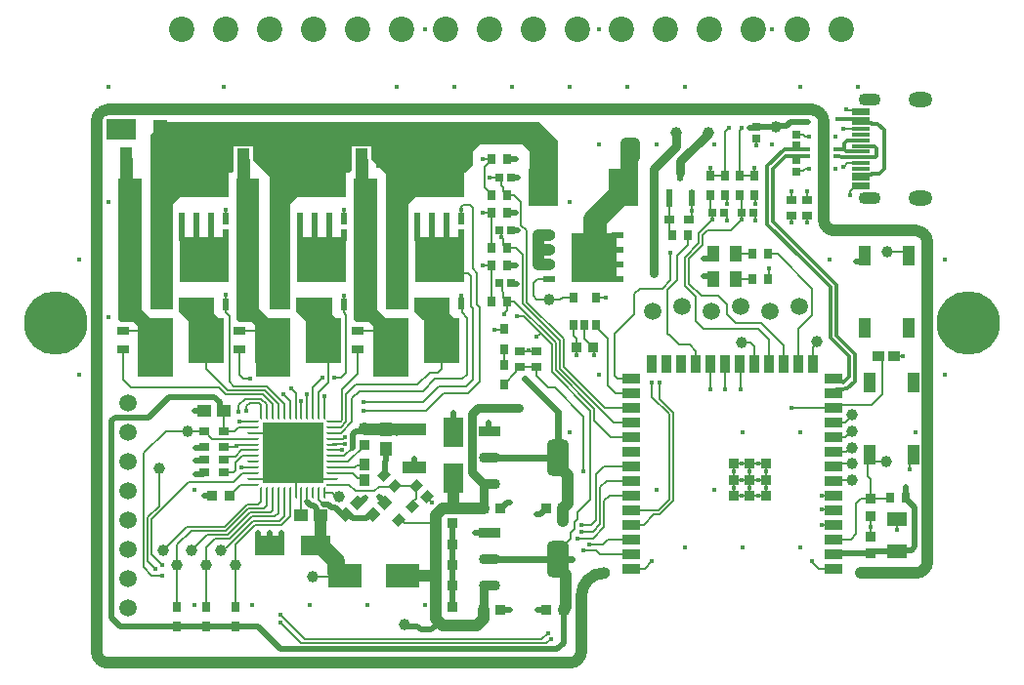
<source format=gtl>
G04*
G04 #@! TF.GenerationSoftware,Altium Limited,Altium Designer,24.0.1 (36)*
G04*
G04 Layer_Physical_Order=1*
G04 Layer_Color=255*
%FSLAX44Y44*%
%MOMM*%
G71*
G04*
G04 #@! TF.SameCoordinates,124752F4-CBEC-4B7B-B6B5-C58268B34DF0*
G04*
G04*
G04 #@! TF.FilePolarity,Positive*
G04*
G01*
G75*
%ADD10C,0.2000*%
%ADD13C,0.3000*%
%ADD20R,0.8000X0.9000*%
%ADD22R,1.0581X0.9121*%
%ADD23R,1.1000X2.0500*%
%ADD24R,0.6654X0.6725*%
%ADD28R,1.2602X1.7382*%
%ADD29R,0.9581X0.9121*%
%ADD30R,0.9000X0.8000*%
G04:AMPARAMS|DCode=32|XSize=1.8596mm|YSize=3.1721mm|CornerRadius=0.437mm|HoleSize=0mm|Usage=FLASHONLY|Rotation=0.000|XOffset=0mm|YOffset=0mm|HoleType=Round|Shape=RoundedRectangle|*
%AMROUNDEDRECTD32*
21,1,1.8596,2.2981,0,0,0.0*
21,1,0.9856,3.1721,0,0,0.0*
1,1,0.8740,0.4928,-1.1490*
1,1,0.8740,-0.4928,-1.1490*
1,1,0.8740,-0.4928,1.1490*
1,1,0.8740,0.4928,1.1490*
%
%ADD32ROUNDEDRECTD32*%
G04:AMPARAMS|DCode=33|XSize=1.8596mm|YSize=0.8721mm|CornerRadius=0.4361mm|HoleSize=0mm|Usage=FLASHONLY|Rotation=0.000|XOffset=0mm|YOffset=0mm|HoleType=Round|Shape=RoundedRectangle|*
%AMROUNDEDRECTD33*
21,1,1.8596,0.0000,0,0,0.0*
21,1,0.9875,0.8721,0,0,0.0*
1,1,0.8721,0.4938,0.0000*
1,1,0.8721,-0.4938,0.0000*
1,1,0.8721,-0.4938,0.0000*
1,1,0.8721,0.4938,0.0000*
%
%ADD33ROUNDEDRECTD33*%
%ADD34R,1.8596X0.8721*%
G04:AMPARAMS|DCode=37|XSize=0.2393mm|YSize=1.0096mm|CornerRadius=0.1196mm|HoleSize=0mm|Usage=FLASHONLY|Rotation=180.000|XOffset=0mm|YOffset=0mm|HoleType=Round|Shape=RoundedRectangle|*
%AMROUNDEDRECTD37*
21,1,0.2393,0.7704,0,0,180.0*
21,1,0.0000,1.0096,0,0,180.0*
1,1,0.2393,0.0000,0.3852*
1,1,0.2393,0.0000,0.3852*
1,1,0.2393,0.0000,-0.3852*
1,1,0.2393,0.0000,-0.3852*
%
%ADD37ROUNDEDRECTD37*%
G04:AMPARAMS|DCode=38|XSize=1.0096mm|YSize=0.2393mm|CornerRadius=0.1196mm|HoleSize=0mm|Usage=FLASHONLY|Rotation=180.000|XOffset=0mm|YOffset=0mm|HoleType=Round|Shape=RoundedRectangle|*
%AMROUNDEDRECTD38*
21,1,1.0096,0.0000,0,0,180.0*
21,1,0.7704,0.2393,0,0,180.0*
1,1,0.2393,-0.3852,0.0000*
1,1,0.2393,0.3852,0.0000*
1,1,0.2393,0.3852,0.0000*
1,1,0.2393,-0.3852,0.0000*
%
%ADD38ROUNDEDRECTD38*%
%ADD39R,1.0096X0.2393*%
G04:AMPARAMS|DCode=40|XSize=0.9581mm|YSize=0.9121mm|CornerRadius=0mm|HoleSize=0mm|Usage=FLASHONLY|Rotation=45.000|XOffset=0mm|YOffset=0mm|HoleType=Round|Shape=Rectangle|*
%AMROTATEDRECTD40*
4,1,4,-0.0163,-0.6612,-0.6612,-0.0163,0.0163,0.6612,0.6612,0.0163,-0.0163,-0.6612,0.0*
%
%ADD40ROTATEDRECTD40*%

%ADD41R,0.6725X0.6654*%
%ADD42R,1.1581X1.0121*%
%ADD43R,0.9121X0.9581*%
%ADD44R,1.0121X1.1581*%
%ADD45R,2.0500X1.1000*%
%ADD46R,0.9121X1.0581*%
%ADD51R,2.5000X3.3000*%
G04:AMPARAMS|DCode=52|XSize=0.9mm|YSize=0.8mm|CornerRadius=0mm|HoleSize=0mm|Usage=FLASHONLY|Rotation=225.000|XOffset=0mm|YOffset=0mm|HoleType=Round|Shape=Rectangle|*
%AMROTATEDRECTD52*
4,1,4,0.0354,0.6010,0.6010,0.0354,-0.0354,-0.6010,-0.6010,-0.0354,0.0354,0.6010,0.0*
%
%ADD52ROTATEDRECTD52*%

%ADD61R,1.7582X1.3055*%
G04:AMPARAMS|DCode=62|XSize=1.5052mm|YSize=0.5721mm|CornerRadius=0.2861mm|HoleSize=0mm|Usage=FLASHONLY|Rotation=90.000|XOffset=0mm|YOffset=0mm|HoleType=Round|Shape=RoundedRectangle|*
%AMROUNDEDRECTD62*
21,1,1.5052,0.0000,0,0,90.0*
21,1,0.9331,0.5721,0,0,90.0*
1,1,0.5721,0.0000,0.4666*
1,1,0.5721,0.0000,-0.4666*
1,1,0.5721,0.0000,-0.4666*
1,1,0.5721,0.0000,0.4666*
%
%ADD62ROUNDEDRECTD62*%
%ADD63R,0.5721X1.5052*%
%ADD64C,1.0000*%
%ADD73R,5.2500X5.2500*%
%ADD93C,1.0000*%
%ADD94R,0.9500X0.8000*%
G04:AMPARAMS|DCode=95|XSize=1.4mm|YSize=1mm|CornerRadius=0.075mm|HoleSize=0mm|Usage=FLASHONLY|Rotation=90.000|XOffset=0mm|YOffset=0mm|HoleType=Round|Shape=RoundedRectangle|*
%AMROUNDEDRECTD95*
21,1,1.4000,0.8500,0,0,90.0*
21,1,1.2500,1.0000,0,0,90.0*
1,1,0.1500,0.4250,0.6250*
1,1,0.1500,0.4250,-0.6250*
1,1,0.1500,-0.4250,-0.6250*
1,1,0.1500,-0.4250,0.6250*
%
%ADD95ROUNDEDRECTD95*%
%ADD96R,0.8000X0.9500*%
%ADD97R,1.0000X1.7000*%
%ADD98R,1.0000X0.8000*%
%ADD99R,3.1000X4.0000*%
%ADD100R,1.5000X0.3200*%
%ADD101R,4.2500X4.0000*%
%ADD102R,0.5000X1.0000*%
%ADD103R,1.7000X2.5000*%
%ADD104R,3.0000X2.0000*%
%ADD105R,2.5000X1.7000*%
%ADD106R,0.6500X0.9000*%
%ADD107R,4.0000X4.2500*%
%ADD108R,1.0000X0.5000*%
G04:AMPARAMS|DCode=109|XSize=0.95mm|YSize=0.8mm|CornerRadius=0mm|HoleSize=0mm|Usage=FLASHONLY|Rotation=45.000|XOffset=0mm|YOffset=0mm|HoleType=Round|Shape=Rectangle|*
%AMROTATEDRECTD109*
4,1,4,-0.0530,-0.6187,-0.6187,-0.0530,0.0530,0.6187,0.6187,0.0530,-0.0530,-0.6187,0.0*
%
%ADD109ROTATEDRECTD109*%

%ADD110R,0.9000X0.9000*%
%ADD111R,1.5000X0.9000*%
%ADD112R,0.9000X1.5000*%
%ADD113C,0.5000*%
%ADD114C,0.8000*%
%ADD115C,0.6000*%
%ADD116C,1.1000*%
%ADD117C,0.3145*%
%ADD118C,1.5000*%
%ADD119C,2.0000*%
%ADD120C,2.2000*%
%ADD121C,1.5000*%
%ADD122C,5.5000*%
%ADD123O,2.1000X1.3000*%
%ADD124O,1.9000X1.1000*%
%ADD125C,0.4000*%
%ADD126C,0.5000*%
G36*
X-341500Y-78000D02*
X-326000D01*
Y-96000D01*
X-326000Y-96000D01*
X-351000D01*
Y-78000D01*
X-341500Y-78000D01*
X-341500Y-78000D01*
D02*
G37*
G36*
X40000Y-97000D02*
Y-137000D01*
X15000D01*
Y-106000D01*
X9000Y-100000D01*
X-28000D01*
X-34000Y-106000D01*
Y-118000D01*
X-41000Y-125000D01*
X-63000D01*
X-90000Y-152000D01*
Y-243000D01*
X-109000D01*
Y-126000D01*
X-122000Y-113000D01*
Y-102000D01*
X-139000D01*
Y-123000D01*
X-141000Y-125000D01*
X-165000D01*
X-192000Y-152000D01*
X-192000Y-243000D01*
X-210000D01*
Y-128000D01*
X-224000Y-114000D01*
Y-102000D01*
X-241000D01*
Y-123000D01*
X-243000Y-125000D01*
X-267000D01*
X-294000Y-152000D01*
Y-243000D01*
X-313000D01*
Y-92000D01*
X-302000Y-81000D01*
X24000D01*
X40000Y-97000D01*
D02*
G37*
G36*
X-54000Y-246890D02*
X-51000Y-249890D01*
Y-252890D01*
X-77000D01*
X-85000Y-244890D01*
Y-232890D01*
X-54000D01*
Y-246890D01*
D02*
G37*
G36*
X-156000Y-247000D02*
X-153000Y-250000D01*
Y-253000D01*
X-179000D01*
X-187000Y-245000D01*
Y-233000D01*
X-156000D01*
Y-247000D01*
D02*
G37*
G36*
X-258000D02*
X-255000Y-250000D01*
Y-253000D01*
X-281000D01*
X-289000Y-245000D01*
Y-233000D01*
X-258000D01*
Y-247000D01*
D02*
G37*
G36*
X-117000Y-242890D02*
X-117000D01*
X-109000Y-250890D01*
Y-257890D01*
X-120000D01*
X-124000Y-253890D01*
X-135000D01*
X-137000Y-251890D01*
Y-243000D01*
X-137000D01*
Y-130000D01*
X-117000D01*
Y-242890D01*
D02*
G37*
G36*
X-219000Y-243000D02*
X-211000Y-251000D01*
Y-258000D01*
X-222000D01*
X-226000Y-254000D01*
X-237000D01*
X-239000Y-252000D01*
Y-250000D01*
Y-130000D01*
X-219000D01*
Y-243000D01*
D02*
G37*
G36*
X-321000D02*
X-313000Y-251000D01*
Y-258000D01*
X-324000D01*
X-328000Y-254000D01*
X-339000D01*
X-341000Y-252000D01*
Y-243000D01*
Y-130000D01*
X-321000D01*
Y-243000D01*
D02*
G37*
G36*
X-90000Y-301890D02*
X-120000D01*
Y-279890D01*
X-90000D01*
Y-301890D01*
D02*
G37*
G36*
X-192000Y-302000D02*
X-222000D01*
Y-280000D01*
X-192000D01*
Y-302000D01*
D02*
G37*
G36*
X-294000D02*
X-324000D01*
Y-280000D01*
X-294000D01*
Y-302000D01*
D02*
G37*
D10*
X260850Y-276315D02*
X264000Y-273165D01*
X260850Y-290600D02*
Y-276315D01*
X264000Y-273165D02*
Y-271000D01*
X248150Y-290600D02*
Y-259850D01*
X260000Y-248000D01*
Y-225000D01*
X-155652Y-402513D02*
X-152165Y-406000D01*
X-162500Y-402513D02*
X-155652D01*
X-152165Y-406000D02*
X-150000D01*
X278500Y-392000D02*
X279500Y-391000D01*
X295000D01*
X280800Y-377000D02*
X295000D01*
X278500Y-379300D02*
X280800Y-377000D01*
X289235Y-366600D02*
X292835Y-363000D01*
X278500Y-366600D02*
X289235D01*
X292835Y-363000D02*
X295000D01*
X289000Y-353900D02*
X293900Y-349000D01*
X278500Y-353900D02*
X289000D01*
X293900Y-349000D02*
X295000D01*
X288800Y-341200D02*
X295000Y-335000D01*
X278500Y-341200D02*
X288800D01*
X312000Y-326000D02*
X321000Y-317000D01*
X281000Y-326000D02*
X312000D01*
X278000Y-329000D02*
X281000Y-326000D01*
X308000Y-371500D02*
X310000Y-369500D01*
X308000Y-388250D02*
Y-371500D01*
X310500Y-407730D02*
Y-390750D01*
X308000Y-388250D02*
X310500Y-390750D01*
X317230Y-284000D02*
X317439D01*
X321000Y-287561D01*
Y-317000D02*
Y-287561D01*
X344500Y-382000D02*
Y-373000D01*
X348000Y-369500D01*
X310000Y-375000D02*
Y-369500D01*
Y-375000D02*
X310000Y-375000D01*
X324000D01*
X207000Y-272000D02*
X210050Y-275050D01*
X199000Y-272000D02*
X207000D01*
X210050Y-290600D02*
Y-275050D01*
X213000Y-260000D02*
X222750Y-269750D01*
X166000Y-260000D02*
X213000D01*
X222750Y-290600D02*
Y-269750D01*
X159000Y-253000D02*
Y-232000D01*
Y-253000D02*
X166000Y-260000D01*
X194000Y-255000D02*
X216000D01*
X235450Y-274450D01*
X186000Y-247000D02*
X194000Y-255000D01*
X186000Y-247000D02*
Y-239000D01*
X7000Y-279250D02*
X21000D01*
X330770Y-284000D02*
X339000D01*
X242000Y-329000D02*
X278000D01*
X37000Y-311000D02*
X62000Y-336000D01*
X31000Y-311000D02*
X37000D01*
X62000Y-384000D02*
Y-336000D01*
X21000Y-301000D02*
X31000Y-311000D01*
X21000Y-301000D02*
Y-292750D01*
X34500Y-297349D02*
X68000Y-330849D01*
X34500Y-297349D02*
Y-273450D01*
X68000Y-408000D02*
Y-330849D01*
X71500Y-339500D02*
X85900Y-353900D01*
X71500Y-339500D02*
Y-329399D01*
X85900Y-353900D02*
X103500D01*
X41500Y-294450D02*
X88250Y-341200D01*
X103500D01*
X38000Y-295899D02*
Y-272000D01*
Y-295899D02*
X71500Y-329399D01*
X41500Y-294450D02*
Y-270450D01*
X45000Y-293000D02*
X80500Y-328500D01*
X45000Y-293000D02*
Y-269000D01*
X80500Y-328500D02*
X103500D01*
X7000Y-292750D02*
X7000Y-292750D01*
X21000D01*
X3250Y-297750D02*
Y-295750D01*
X6250Y-292750D01*
X-7000Y-308500D02*
Y-308000D01*
X3250Y-297750D01*
X6250Y-292750D02*
X7000D01*
X-7000Y-291500D02*
Y-277500D01*
X-7500Y-261000D02*
X-7000Y-260500D01*
X-15000Y-261000D02*
X-7500D01*
X292750Y-144500D02*
X293133Y-144117D01*
Y-140668D01*
X296400Y-137400D01*
X302300D01*
X289950Y-70200D02*
X302100D01*
X302300Y-70399D01*
X289750Y-70000D02*
X289950Y-70200D01*
X-239125Y-361625D02*
X-238000Y-360500D01*
X-224512D01*
X-249500Y-362750D02*
X-240250D01*
X-239125Y-361625D01*
X-148250Y-365500D02*
X-147250D01*
X-148250Y-365500D02*
X-148250Y-365500D01*
X-155487Y-365500D02*
X-148250D01*
X212000Y-101000D02*
Y-95071D01*
X-112890Y-262000D02*
X-105000Y-269890D01*
X-134000Y-262000D02*
X-112890D01*
X265659Y-468200D02*
X278500D01*
X260000Y-462541D02*
X265659Y-468200D01*
X260000Y-462541D02*
Y-462000D01*
X114800Y-468200D02*
X121000Y-462000D01*
X103500Y-468200D02*
X114800D01*
X-200000Y-368000D02*
X-192000D01*
X-210000Y-378000D02*
X-200000Y-368000D01*
X-202000Y-388000D02*
Y-386071D01*
X-200000Y-384071D01*
Y-380000D01*
X-202000Y-378000D02*
X-200000Y-380000D01*
X-205500Y-383500D02*
Y-381500D01*
X-210000Y-388000D02*
X-205500Y-383500D01*
X-202000Y-378000D02*
X-192000Y-368000D01*
X-190000D01*
X-205500Y-381500D02*
X-202000Y-378000D01*
X-190000Y-368000D02*
X-187500Y-370500D01*
X-207500Y-350500D02*
X-190000Y-368000D01*
X-212500Y-390500D02*
X-210000Y-388000D01*
X-206000Y-384000D02*
Y-383000D01*
X-210000Y-388000D02*
X-210000D01*
X256000Y-168000D02*
Y-161500D01*
X256000Y-168000D02*
X256000Y-168000D01*
X242000Y-168000D02*
Y-161750D01*
X241750Y-161500D02*
X242000Y-161750D01*
X206000Y-391000D02*
X220000D01*
X192000D02*
X206000D01*
Y-377000D02*
X220000D01*
X206000Y-391000D02*
Y-377000D01*
Y-405000D02*
Y-391000D01*
X206000Y-405000D02*
X220000D01*
X206000D02*
X206000Y-405000D01*
X192000Y-391000D02*
Y-377000D01*
Y-405000D02*
Y-391000D01*
Y-405000D02*
X192000Y-405000D01*
X192000Y-405000D02*
X206000D01*
X192000Y-405000D02*
X192000Y-405000D01*
X220000Y-391000D02*
Y-377000D01*
Y-405000D02*
Y-391000D01*
X192000Y-377000D02*
X206000D01*
X162000Y-177000D02*
X174000Y-165000D01*
X162000Y-186000D02*
Y-177000D01*
X199000Y-165000D02*
X199000D01*
X189750Y-174250D02*
X199000Y-165000D01*
X165500Y-178500D02*
X169750Y-174250D01*
X189750D01*
X165500Y-187450D02*
Y-178500D01*
X164000Y-231500D02*
X178500D01*
X186000Y-239000D01*
X153500Y-221000D02*
X164000Y-231500D01*
X153500Y-199450D02*
X165500Y-187450D01*
X153500Y-221000D02*
Y-199450D01*
X235450Y-290600D02*
Y-274450D01*
X150000Y-198000D02*
X162000Y-186000D01*
X150000Y-223000D02*
Y-198000D01*
Y-223000D02*
X159000Y-232000D01*
X135000Y-226000D02*
X143000Y-218000D01*
X135000Y-264000D02*
Y-226000D01*
Y-264000D02*
X137000Y-266000D01*
Y-266000D02*
X145000Y-274000D01*
X137000Y-266000D02*
Y-266000D01*
X145000Y-274000D02*
X154000D01*
X159250Y-279250D01*
Y-290600D02*
Y-279250D01*
X143000Y-218000D02*
Y-197000D01*
X152750Y-187250D01*
Y-179000D01*
X130000Y-225000D02*
X137000Y-218000D01*
Y-194000D01*
X-7000Y-246500D02*
X-4250Y-243750D01*
Y-236000D01*
X-7000Y-247000D02*
Y-246500D01*
X-18000Y-236250D02*
X-17750Y-236000D01*
Y-205000D01*
X-11536Y-129000D02*
X-11036Y-128500D01*
X-19500Y-129000D02*
X-11536D01*
X-24000Y-137750D02*
X-21500Y-140250D01*
X-17750Y-113750D02*
Y-113000D01*
X-24000Y-137750D02*
Y-119250D01*
X-17750Y-144000D02*
Y-143250D01*
X-20750Y-140250D02*
X-17750Y-143250D01*
X-24000Y-119250D02*
X-21500Y-116750D01*
X-20750D01*
X-21500Y-140250D02*
X-20750D01*
Y-116750D02*
X-17750Y-113750D01*
X211000Y-152000D02*
Y-145500D01*
X210000Y-144500D02*
X211000Y-145500D01*
X210000Y-127500D02*
Y-120000D01*
X210000Y-127500D02*
X210000Y-127500D01*
X199000Y-165000D02*
Y-159036D01*
X198964Y-159000D02*
X199000Y-159036D01*
X174000Y-165000D02*
Y-159036D01*
X173964Y-159000D02*
X174000Y-159036D01*
X198964Y-159000D02*
Y-146464D01*
X197000Y-144500D02*
X198964Y-146464D01*
X172000Y-157036D02*
X173964Y-159000D01*
X172000Y-157036D02*
Y-144500D01*
X171500Y-145000D02*
X172000Y-144500D01*
X172000Y-127500D02*
Y-120000D01*
X172000Y-127500D02*
X172000Y-127500D01*
X-201000Y-508000D02*
X-179500Y-529500D01*
X25500D01*
X31000Y-524000D01*
X83200Y-442800D02*
X103500D01*
X79000Y-447000D02*
X83200Y-442800D01*
X67000Y-447000D02*
X79000D01*
X73000Y-452000D02*
X76500Y-455500D01*
X62000Y-452000D02*
X73000D01*
X-201000Y-515000D02*
X-183000Y-533000D01*
X209036Y-159000D02*
X211000Y-160964D01*
Y-166000D02*
Y-160964D01*
X186000Y-166000D02*
Y-160964D01*
X184036Y-159000D02*
X186000Y-160964D01*
Y-152000D02*
Y-145500D01*
X185000Y-144500D02*
X186000Y-145500D01*
X185000Y-89000D02*
X188000Y-86000D01*
X185000Y-127500D02*
Y-89000D01*
X197000Y-127500D02*
Y-88000D01*
X199000Y-86000D01*
X197000Y-127500D02*
X210000D01*
X172000Y-127500D02*
X185000D01*
X223000Y-215750D02*
Y-208000D01*
X221750Y-217000D02*
X223000Y-215750D01*
X25025Y-263975D02*
X34500Y-273450D01*
X10050Y-249000D02*
X25025Y-263975D01*
X21541Y-267000D02*
X24566Y-263975D01*
X21000Y-267000D02*
X21541D01*
X24566Y-263975D02*
X25025D01*
X230000Y-195000D02*
X260000Y-225000D01*
X221750Y-195000D02*
X230000D01*
X193500Y-217000D02*
X208250D01*
X193500Y-195000D02*
X208250D01*
X111000Y-225000D02*
X130000D01*
X56500Y-419500D02*
X68000Y-408000D01*
X39762Y-453237D02*
X51000Y-442000D01*
X39762Y-460000D02*
Y-453237D01*
X51000Y-442000D02*
Y-437000D01*
X54000Y-434000D01*
Y-428000D02*
X56500Y-425500D01*
X54000Y-434000D02*
Y-428000D01*
X56500Y-425500D02*
Y-419500D01*
X60000Y-436000D02*
X70000D01*
X60000Y-430000D02*
X69000D01*
X4000Y-249000D02*
X10050D01*
X2000Y-236000D02*
X38000Y-272000D01*
X9500Y-238450D02*
X41500Y-270450D01*
X13000Y-237000D02*
X45000Y-269000D01*
X-254250Y-310750D02*
X-247750Y-317250D01*
X-215772D01*
X-330500Y-310750D02*
X-254250D01*
X-246250Y-313750D02*
X-214322D01*
X-265000Y-295000D02*
Y-270000D01*
Y-295000D02*
X-246250Y-313750D01*
X-183000Y-533000D02*
X30000Y-533000D01*
X34000Y-529000D01*
X71000Y-283000D02*
Y-276730D01*
X70270Y-276000D02*
X71000Y-276730D01*
X106000Y-230000D02*
X111000Y-225000D01*
X89000Y-264000D02*
X106000Y-247000D01*
Y-230000D01*
X89000Y-301000D02*
Y-264000D01*
Y-301000D02*
X91100Y-303100D01*
X103500D01*
X325000Y-193000D02*
X340500D01*
X344000Y-196500D01*
X84300Y-404700D02*
X103500D01*
X80000Y-432000D02*
Y-409000D01*
X84300Y-404700D01*
X76500Y-397500D02*
X82000Y-392000D01*
X103500D01*
X76500Y-429500D02*
Y-397500D01*
X79700Y-379300D02*
X103500D01*
X73000Y-426000D02*
Y-386000D01*
X79700Y-379300D01*
X70000Y-436000D02*
X76500Y-429500D01*
X69000Y-430000D02*
X73000Y-426000D01*
X70000Y-442000D02*
X80000Y-432000D01*
X57000Y-442000D02*
X70000D01*
X-312000Y-474000D02*
X-303000D01*
X-319000Y-467000D02*
X-312000Y-474000D01*
X-315500Y-461500D02*
X-309000Y-468000D01*
X-312000Y-456000D02*
Y-425000D01*
Y-456000D02*
X-303000Y-465000D01*
X-281250Y-349000D02*
X-266000D01*
X-319000Y-467000D02*
Y-368000D01*
X-300000Y-349000D01*
X-281250D01*
X-315500Y-461500D02*
Y-423550D01*
X-306000Y-414050D01*
Y-381000D01*
X-312000Y-425000D02*
X-280250Y-393250D01*
X-241250D01*
X103500Y-430100D02*
X113900D01*
X123100Y-420900D02*
X128050D01*
X113900Y-430100D02*
X123100Y-420900D01*
X128000Y-321050D02*
X139500Y-332550D01*
X128000Y-321050D02*
Y-307000D01*
X139500Y-409450D02*
Y-332550D01*
X128050Y-420900D02*
X139500Y-409450D01*
X121000Y-319000D02*
Y-307000D01*
Y-319000D02*
X136000Y-334000D01*
Y-408000D02*
Y-334000D01*
X126600Y-417400D02*
X136000Y-408000D01*
X103500Y-417400D02*
X126600D01*
X76500Y-455500D02*
X103500D01*
X-290000Y-518500D02*
X-290000Y-518500D01*
X-4250Y-236000D02*
X2000D01*
X9500Y-238450D02*
Y-196000D01*
X3500Y-190000D02*
X9500Y-196000D01*
X-4250Y-190000D02*
X3500D01*
X72500Y-258250D02*
X83000Y-268750D01*
Y-309000D02*
Y-268750D01*
X72500Y-258250D02*
Y-257000D01*
X13000Y-237000D02*
Y-175000D01*
X8000Y-170000D02*
X13000Y-175000D01*
X8000Y-170000D02*
Y-150000D01*
X2000Y-144000D02*
X8000Y-150000D01*
X-4250Y-144000D02*
X2000D01*
X83000Y-309000D02*
X89800Y-315800D01*
X103500D01*
X268000Y-430000D02*
X278400D01*
X278500Y-430100D01*
X278100Y-417000D02*
X278500Y-417400D01*
X268000Y-417000D02*
X278100D01*
X278200Y-405000D02*
X278500Y-404700D01*
X268000Y-405000D02*
X278200D01*
X-73227Y-406773D02*
X-69000Y-411000D01*
X-73227Y-406773D02*
Y-405773D01*
X-69000Y-411000D02*
Y-411000D01*
X-173000Y-475000D02*
X-146000D01*
X197350Y-290600D02*
X198000Y-291250D01*
Y-313000D02*
Y-291250D01*
X184650Y-290600D02*
X185000Y-290950D01*
Y-313000D02*
Y-290950D01*
X171950Y-290600D02*
X172000Y-290650D01*
Y-313000D02*
Y-290650D01*
X-240000Y-447500D02*
X-222500Y-430000D01*
X-240000Y-465000D02*
Y-447500D01*
X-250335Y-452500D02*
X-247953Y-450118D01*
X-247568D02*
X-223950Y-426500D01*
X-252500Y-452500D02*
X-250335D01*
X-247953Y-450118D02*
X-247568D01*
X-240000Y-501500D02*
Y-465000D01*
Y-501500D02*
X-240000Y-501500D01*
X-265000Y-501500D02*
Y-465000D01*
Y-501500D02*
X-265000Y-501500D01*
X-290000D02*
X-290000Y-501500D01*
X-290000Y-501500D02*
Y-465000D01*
X-223950Y-426500D02*
X-201450D01*
X-217500Y-410000D02*
Y-402513D01*
X-220000Y-412500D02*
X-217500Y-410000D01*
X-229749Y-412500D02*
X-220000D01*
X-249249Y-432000D02*
X-229749Y-412500D01*
X-282000Y-432000D02*
X-249249D01*
X-302500Y-452500D02*
X-282000Y-432000D01*
X-290000Y-465000D02*
Y-447500D01*
X-290000Y-465000D02*
X-290000Y-465000D01*
X-278000Y-435500D02*
X-247799D01*
X-290000Y-447500D02*
X-278000Y-435500D01*
X-247799D02*
X-228299Y-416000D01*
X-215000D01*
X-212500Y-413500D02*
Y-402513D01*
X-215000Y-416000D02*
X-212500Y-413500D01*
X-257500Y-442500D02*
X-244900D01*
X-225399Y-423000D01*
X-209500Y-419500D02*
X-207500Y-417500D01*
Y-402513D01*
X-226849Y-419500D02*
X-209500D01*
X-264000Y-439000D02*
X-246349D01*
X-226849Y-419500D01*
X-277500Y-452500D02*
X-264000Y-439000D01*
X-225399Y-423000D02*
X-205500D01*
X-202500Y-420000D01*
Y-402513D01*
X-265000Y-450000D02*
X-257500Y-442500D01*
X-265000Y-465000D02*
Y-450000D01*
X-201450Y-426500D02*
X-197500Y-422550D01*
Y-402513D01*
X-200000Y-430000D02*
X-192500Y-422500D01*
Y-402513D01*
X-222500Y-430000D02*
X-200000D01*
X-187500Y-370500D02*
X-167500Y-390500D01*
X-187500Y-402513D02*
Y-370500D01*
X287541Y-119250D02*
X290466Y-116325D01*
X287000Y-119250D02*
X287541D01*
X290466Y-116325D02*
X302225D01*
X302300Y-116400D01*
X241750Y-148000D02*
Y-140750D01*
X256000Y-148000D02*
X256000Y-148000D01*
X256000Y-148000D02*
Y-140750D01*
X287050Y-86450D02*
X302250D01*
X287000Y-86500D02*
X287050Y-86450D01*
X302250D02*
X302300Y-86400D01*
X246750Y-91214D02*
X247495Y-91959D01*
X252598D02*
X254159Y-93520D01*
X256770D02*
X257000Y-93750D01*
X247495Y-91959D02*
X252598D01*
X254159Y-93520D02*
X256770D01*
X252598Y-123041D02*
X254034Y-121605D01*
X256895D01*
X257000Y-121500D01*
X247495Y-123041D02*
X252598D01*
X246750Y-123786D02*
X247495Y-123041D01*
X333750Y-434750D02*
Y-425236D01*
X310750Y-440230D02*
Y-431750D01*
X310500Y-440480D02*
X310750Y-440230D01*
Y-431750D02*
Y-422520D01*
X310500Y-422270D02*
X310750Y-422520D01*
X326520Y-407730D02*
X327750Y-406500D01*
X310500Y-407730D02*
X326520D01*
X298000Y-411750D02*
X302020Y-407730D01*
X310500D01*
X298000Y-438250D02*
Y-411750D01*
X278500Y-442800D02*
X293450D01*
X298000Y-438250D01*
X-266000Y-349000D02*
X-266000Y-349000D01*
X-248250Y-230750D02*
X-248100Y-230900D01*
Y-238440D02*
Y-230900D01*
Y-238440D02*
X-247950Y-238590D01*
X-145975Y-164565D02*
Y-157025D01*
X-146000Y-157000D02*
X-145975Y-157025D01*
Y-164565D02*
X-145950Y-164590D01*
X-76750Y-323500D02*
X-63500Y-310250D01*
X-128500Y-323500D02*
X-76750D01*
X-63500Y-310250D02*
X-40000D01*
X-34000Y-207750D02*
Y-155000D01*
Y-207750D02*
X-30250Y-211500D01*
Y-239000D02*
Y-211500D01*
Y-239000D02*
X-27750Y-241500D01*
Y-306000D02*
Y-241500D01*
X-44000Y-157000D02*
X-43757Y-156757D01*
Y-154172D02*
X-42586Y-153000D01*
X-36000D01*
X-43757Y-156757D02*
Y-154172D01*
X-36000Y-153000D02*
X-34000Y-155000D01*
X-37750Y-316000D02*
X-27750Y-306000D01*
X-59000Y-316000D02*
X-37750D01*
X-74250Y-331250D02*
X-59000Y-316000D01*
X-128500Y-331250D02*
X-74250D01*
X-45000Y-212000D02*
X-37750D01*
X-35500Y-214250D01*
Y-240250D02*
Y-214250D01*
X-33500Y-303750D02*
Y-242250D01*
X-35500Y-240250D02*
X-33500Y-242250D01*
X-40000Y-310250D02*
X-33500Y-303750D01*
X-155412Y-360425D02*
X-144675D01*
X-144500Y-360250D01*
X-155487Y-360500D02*
X-155412Y-360425D01*
X-146791Y-355500D02*
X-145041Y-353750D01*
X-144500D01*
X-155487Y-355500D02*
X-146791D01*
X-43950Y-238480D02*
X-43500Y-238930D01*
Y-245750D02*
Y-238930D01*
Y-245750D02*
X-38750Y-250500D01*
Y-299500D02*
Y-250500D01*
X-42750Y-303500D02*
X-38750Y-299500D01*
X-77250Y-314000D02*
X-66750Y-303500D01*
X-42750D01*
X-132250Y-314000D02*
X-77250D01*
X-138750Y-320500D02*
X-132250Y-314000D01*
X-138750Y-340649D02*
Y-320500D01*
X-148525Y-350425D02*
X-138750Y-340649D01*
X-155412Y-350425D02*
X-148525D01*
X-155487Y-350500D02*
X-155412Y-350425D01*
X-61000Y-295000D02*
Y-269890D01*
X-71500Y-298000D02*
X-64000D01*
X-61000Y-295000D01*
X-82250Y-308750D02*
X-71500Y-298000D01*
X-143500Y-317000D02*
X-135250Y-308750D01*
X-82250D01*
X-143500Y-340450D02*
Y-317000D01*
X-155487Y-345500D02*
X-155412Y-345425D01*
X-148475D01*
X-143500Y-340450D01*
X-145500Y-370500D02*
X-138250Y-363250D01*
X-147000Y-312250D02*
X-134000Y-299250D01*
Y-278000D01*
X-147000Y-339000D02*
Y-312250D01*
X-148500Y-340500D02*
X-147000Y-339000D01*
X-155487Y-340500D02*
X-148500D01*
X-236000Y-300250D02*
X-232750Y-303500D01*
X-227250D01*
X-191500Y-311750D02*
X-187500Y-315750D01*
Y-333488D02*
Y-315750D01*
Y-333488D02*
X-187500Y-333488D01*
X-162500Y-318250D02*
X-162500Y-318250D01*
Y-333488D02*
X-162500Y-333488D01*
X-162500Y-333488D02*
Y-318250D01*
X-145950Y-245800D02*
Y-238590D01*
Y-245800D02*
X-143500Y-248250D01*
Y-298000D02*
Y-248250D01*
X-148000Y-302500D02*
X-143500Y-298000D01*
X-153750Y-302500D02*
X-148000D01*
X-172500Y-310750D02*
X-164500Y-302750D01*
X-172500Y-333488D02*
Y-310750D01*
X-163000Y-270000D02*
X-159000Y-274000D01*
Y-306750D02*
Y-274000D01*
X-167500Y-315250D02*
X-159000Y-306750D01*
X-167500Y-333488D02*
Y-315250D01*
X-177500Y-317000D02*
X-177500Y-317000D01*
Y-333488D02*
Y-317000D01*
X-182500Y-333488D02*
Y-322750D01*
X-182500Y-322750D02*
X-182500Y-322750D01*
X-236000Y-300250D02*
Y-278000D01*
X-215000Y-262000D02*
X-207000Y-270000D01*
X-236000Y-262000D02*
X-215000D01*
X-192500Y-333488D02*
Y-322500D01*
X-198000Y-317000D02*
X-192500Y-322500D01*
X-241000Y-310250D02*
X-212873D01*
X-197500Y-333488D02*
Y-325623D01*
X-212873Y-310250D02*
X-197500Y-325623D01*
X-245000Y-306250D02*
X-241000Y-310250D01*
X-245000Y-306250D02*
Y-249000D01*
X-247950Y-246050D02*
X-245000Y-249000D01*
X-247950Y-246050D02*
Y-238590D01*
X-214322Y-313750D02*
X-202500Y-325572D01*
Y-333488D02*
Y-325572D01*
X-317000Y-262000D02*
X-309000Y-270000D01*
X-337000Y-262000D02*
X-317000D01*
X-337000Y-304250D02*
X-330500Y-310750D01*
X-337000Y-304250D02*
Y-278000D01*
X-207500Y-333488D02*
Y-325522D01*
X-215772Y-317250D02*
X-207500Y-325522D01*
X-227250Y-324250D02*
X-219500D01*
X-217500Y-326250D01*
Y-333488D02*
Y-326250D01*
X-230000Y-331250D02*
Y-327000D01*
X-227250Y-324250D01*
X-231000Y-320750D02*
X-217222D01*
X-236750Y-332500D02*
Y-326500D01*
X-231000Y-320750D01*
X-217222D02*
X-212500Y-325472D01*
Y-333488D02*
Y-325472D01*
X-224513Y-340500D02*
X-224512Y-340500D01*
X-236500Y-340500D02*
X-224513D01*
X-249730Y-331000D02*
X-249500Y-331230D01*
Y-349000D02*
Y-331230D01*
X-9000Y-135500D02*
Y-130536D01*
X-11036Y-128500D02*
X-9000Y-130536D01*
X-7250Y-141000D02*
Y-137250D01*
Y-141000D02*
X-4250Y-144000D01*
X-9000Y-135500D02*
X-7250Y-137250D01*
X-9000Y-180750D02*
Y-176536D01*
X-11036Y-174500D02*
X-9000Y-176536D01*
X-7250Y-187000D02*
X-4250Y-190000D01*
X-7250Y-187000D02*
Y-182500D01*
X-9000Y-180750D02*
X-7250Y-182500D01*
X-8709Y-227291D02*
Y-222827D01*
X-11036Y-220500D02*
X-8709Y-222827D01*
Y-227291D02*
X-7250Y-228750D01*
Y-233000D02*
Y-228750D01*
Y-233000D02*
X-4250Y-236000D01*
X-17750Y-190000D02*
Y-159000D01*
X-25000Y-205000D02*
X-17750D01*
X-25000Y-159000D02*
X-17750D01*
X-17750Y-159000D01*
X-25000Y-113000D02*
X-17750D01*
X-145975Y-238565D02*
Y-231025D01*
X-146000Y-231000D02*
X-145975Y-231025D01*
Y-238565D02*
X-145950Y-238590D01*
X-44000Y-231000D02*
X-43975Y-231025D01*
Y-238455D02*
X-43950Y-238480D01*
X-43975Y-238455D02*
Y-231025D01*
Y-164565D02*
Y-157025D01*
Y-164565D02*
X-43950Y-164590D01*
X-44000Y-157000D02*
X-43975Y-157025D01*
X-247975Y-164565D02*
X-247950Y-164590D01*
X-247975Y-164565D02*
Y-157025D01*
X-248000Y-157000D02*
X-247975Y-157025D01*
X21500Y-235000D02*
X32000D01*
X18250Y-231750D02*
Y-220500D01*
Y-231750D02*
X21500Y-235000D01*
X32000D02*
X41750D01*
X63000Y-268960D02*
Y-257000D01*
X70040Y-276000D02*
X70270D01*
X63000Y-268960D02*
X70040Y-276000D01*
X53500Y-266000D02*
X55730Y-268230D01*
X53500Y-266000D02*
Y-257000D01*
X55730Y-276000D02*
Y-268230D01*
Y-282730D02*
Y-276000D01*
X72500Y-233000D02*
X81500D01*
X41750Y-235000D02*
X43750Y-233000D01*
X53500D01*
X18250Y-220500D02*
X21700Y-217050D01*
X32410D01*
X155500Y-147005D02*
X155500Y-147005D01*
X155500Y-163000D02*
Y-147005D01*
X153500Y-165000D02*
X155500Y-163000D01*
X136500Y-176250D02*
X139250Y-179000D01*
X136500Y-176250D02*
Y-165000D01*
X136500Y-165000D02*
Y-147005D01*
Y-165000D02*
X136500Y-165000D01*
X-95747Y-426010D02*
X-92757Y-429000D01*
X-98010Y-426010D02*
X-95747D01*
X-92757Y-429000D02*
X-66270D01*
X-83303Y-407061D02*
Y-396757D01*
X-85990Y-409747D02*
X-83303Y-407061D01*
X-85990Y-413990D02*
Y-409747D01*
X-83303Y-396757D02*
X-82773Y-396227D01*
X-100697Y-396243D02*
X-88061D01*
X-87546Y-396757D02*
X-83303D01*
X-101227Y-396773D02*
X-100697Y-396243D01*
X-88061D02*
X-87546Y-396757D01*
X-115303Y-397303D02*
X-101757D01*
X-119000Y-401000D02*
X-115303Y-397303D01*
X-101757D02*
X-101227Y-396773D01*
X-135500Y-401000D02*
X-119000D01*
X-141000Y-395500D02*
X-135500Y-401000D01*
X-155487Y-395500D02*
X-141000D01*
X-167500Y-390500D02*
X-155487D01*
X-134000Y-389250D02*
X-130520D01*
X-128000Y-391770D01*
X-137750Y-385500D02*
X-134000Y-389250D01*
X-155487Y-385500D02*
X-137750D01*
X-128520Y-378750D02*
X-128000Y-378230D01*
X-134500Y-378750D02*
X-128520D01*
X-136250Y-380500D02*
X-134500Y-378750D01*
X-155487Y-380500D02*
X-136250D01*
X-142000Y-375500D02*
X-128000Y-361500D01*
Y-361270D01*
X-155487Y-375500D02*
X-142000D01*
X-155487Y-370500D02*
X-145500D01*
X-167425Y-408575D02*
X-163250Y-412750D01*
X-167500Y-402513D02*
X-167425Y-402588D01*
Y-408575D02*
Y-402588D01*
X-177500Y-410250D02*
Y-402513D01*
X-177500Y-402513D01*
X-182540Y-422000D02*
X-182500Y-421960D01*
Y-402513D01*
X-244770Y-405000D02*
X-235270Y-395500D01*
X-224512D01*
X-245000Y-405000D02*
X-244770D01*
X-224512Y-390500D02*
X-212500D01*
X-241250Y-393250D02*
X-233500Y-385500D01*
X-224512D01*
X-234250Y-380500D02*
X-234250Y-380500D01*
X-224512D01*
X-241500Y-384750D02*
X-239250Y-382500D01*
X-249500Y-384750D02*
X-241500D01*
X-239250Y-382500D02*
Y-376250D01*
X-233500Y-370500D01*
X-224513D01*
X-246500Y-370750D02*
X-239800D01*
X-234550Y-365500D02*
X-224513D01*
X-239800Y-370750D02*
X-234550Y-365500D01*
X-249500Y-373750D02*
X-246500Y-370750D01*
X-266000Y-349000D02*
X-259500Y-355500D01*
X-266500Y-349000D02*
X-266000D01*
X-259500Y-355500D02*
X-224512D01*
Y-350500D02*
X-207500D01*
X-249500Y-349000D02*
X-240250D01*
X-236750Y-345500D01*
X-224512D01*
D13*
X282075Y-78325D02*
X302225D01*
X282000Y-78250D02*
X282075Y-78325D01*
X302225D02*
X302300Y-78400D01*
X322250Y-121250D02*
Y-87500D01*
X311997Y-82250D02*
X317000D01*
X322250Y-87500D01*
X311247Y-81500D02*
X311997Y-82250D01*
X302300Y-81400D02*
X302400Y-81500D01*
X311247D01*
X317950Y-125550D02*
X322250Y-121250D01*
X302400Y-126300D02*
X311247D01*
X302300Y-126400D02*
X302400Y-126300D01*
X311247D02*
X311997Y-125550D01*
X317950D01*
D20*
X-7000Y-260500D02*
D03*
Y-277500D02*
D03*
Y-291500D02*
D03*
Y-308500D02*
D03*
X210000Y-127500D02*
D03*
Y-144500D02*
D03*
X197000Y-127500D02*
D03*
Y-144500D02*
D03*
X185000Y-127500D02*
D03*
Y-144500D02*
D03*
X172000Y-127500D02*
D03*
Y-144500D02*
D03*
X-290000Y-501500D02*
D03*
Y-518500D02*
D03*
X-265000Y-501500D02*
D03*
Y-518500D02*
D03*
X-240000Y-501500D02*
D03*
Y-518500D02*
D03*
D22*
X330770Y-284000D02*
D03*
X317230D02*
D03*
D23*
X-130500Y-114000D02*
D03*
X-97500D02*
D03*
X-232500D02*
D03*
X-199500D02*
D03*
X-334500Y-113000D02*
D03*
X-301500D02*
D03*
X-130500Y-201890D02*
D03*
X-97500D02*
D03*
X-130500Y-230890D02*
D03*
X-97500D02*
D03*
X-130500Y-172890D02*
D03*
X-97500D02*
D03*
X-130500Y-143890D02*
D03*
X-97500D02*
D03*
X-232500Y-173000D02*
D03*
X-199500Y-173000D02*
D03*
X-232500Y-144000D02*
D03*
X-199500D02*
D03*
X-232500Y-231000D02*
D03*
X-199500Y-231000D02*
D03*
X-232500Y-202000D02*
D03*
X-199500Y-202000D02*
D03*
X-334500Y-172000D02*
D03*
X-301500Y-172000D02*
D03*
X-334500Y-143000D02*
D03*
X-301500Y-143000D02*
D03*
X-334500Y-231000D02*
D03*
X-301500D02*
D03*
X-334500Y-202000D02*
D03*
X-301500D02*
D03*
D24*
X198964Y-159000D02*
D03*
X209036D02*
D03*
X173964D02*
D03*
X184036D02*
D03*
X-964Y-128500D02*
D03*
X-11036D02*
D03*
Y-220500D02*
D03*
X-964D02*
D03*
X-11036Y-174500D02*
D03*
X-964D02*
D03*
D28*
X-304818Y-87000D02*
D03*
X-333182D02*
D03*
D29*
X-24270Y-504000D02*
D03*
X-9730D02*
D03*
X-24270Y-416000D02*
D03*
X-9730D02*
D03*
X29730D02*
D03*
X44270D02*
D03*
X-259540Y-405000D02*
D03*
X-245000D02*
D03*
X30000Y-504000D02*
D03*
X44540D02*
D03*
X-66270Y-429000D02*
D03*
X-51730D02*
D03*
Y-447000D02*
D03*
X-66270D02*
D03*
X-51730Y-501000D02*
D03*
X-66270D02*
D03*
X-51730Y-483000D02*
D03*
X-66270D02*
D03*
X-51730Y-465000D02*
D03*
X-66270D02*
D03*
X55730Y-276000D02*
D03*
X70270D02*
D03*
D30*
X-249500Y-373750D02*
D03*
X-266500D02*
D03*
X-249500Y-384750D02*
D03*
X-266500D02*
D03*
X-249500Y-362750D02*
D03*
X-266500D02*
D03*
X-249500Y-349000D02*
D03*
X-266500D02*
D03*
X136500Y-165000D02*
D03*
X153500D02*
D03*
D32*
X39762Y-372000D02*
D03*
X39762Y-460000D02*
D03*
D33*
X-19763Y-395000D02*
D03*
Y-372000D02*
D03*
X-19763Y-483000D02*
D03*
Y-460000D02*
D03*
D34*
X-19763Y-349000D02*
D03*
X-19763Y-437000D02*
D03*
D37*
X-162500Y-402513D02*
D03*
X-167500D02*
D03*
X-172500D02*
D03*
X-177500D02*
D03*
X-182500D02*
D03*
X-187500D02*
D03*
X-192500D02*
D03*
X-197500D02*
D03*
X-202500D02*
D03*
X-207500D02*
D03*
X-212500D02*
D03*
X-217500D02*
D03*
X-217500Y-333488D02*
D03*
X-212500D02*
D03*
X-207500D02*
D03*
X-202500D02*
D03*
X-197500D02*
D03*
X-192500D02*
D03*
X-187500D02*
D03*
X-182500D02*
D03*
X-177500D02*
D03*
X-172500D02*
D03*
X-167500D02*
D03*
X-162500D02*
D03*
D38*
X-224512Y-395500D02*
D03*
Y-390500D02*
D03*
Y-385500D02*
D03*
Y-380500D02*
D03*
X-224513Y-375500D02*
D03*
Y-370500D02*
D03*
Y-365500D02*
D03*
X-224512Y-360500D02*
D03*
Y-355500D02*
D03*
Y-350500D02*
D03*
Y-345500D02*
D03*
Y-340500D02*
D03*
X-155487D02*
D03*
Y-345500D02*
D03*
Y-350500D02*
D03*
Y-355500D02*
D03*
Y-360500D02*
D03*
Y-365500D02*
D03*
Y-370500D02*
D03*
Y-375500D02*
D03*
Y-380500D02*
D03*
Y-385500D02*
D03*
Y-390500D02*
D03*
D39*
Y-395500D02*
D03*
D40*
X-109859Y-410859D02*
D03*
X-120141Y-421141D02*
D03*
X-133859Y-410859D02*
D03*
X-144141Y-421141D02*
D03*
D41*
X212000Y-85000D02*
D03*
Y-95071D02*
D03*
X246750Y-101286D02*
D03*
Y-91214D02*
D03*
Y-113714D02*
D03*
Y-123786D02*
D03*
D42*
X-266270Y-331000D02*
D03*
X-249730D02*
D03*
X-166000Y-422000D02*
D03*
X-182540D02*
D03*
D43*
X-128000Y-346730D02*
D03*
Y-361270D02*
D03*
X310500Y-422270D02*
D03*
Y-407730D02*
D03*
Y-440480D02*
D03*
Y-455020D02*
D03*
D44*
X-109000Y-364270D02*
D03*
Y-347730D02*
D03*
D45*
X-85000Y-380500D02*
D03*
Y-347500D02*
D03*
D46*
X-128000Y-391770D02*
D03*
Y-378230D02*
D03*
D51*
X96500Y-137000D02*
D03*
X27500D02*
D03*
D52*
X-98010Y-426010D02*
D03*
X-85990Y-413990D02*
D03*
D61*
X333750Y-425236D02*
D03*
Y-452764D02*
D03*
D62*
X146000Y-124995D02*
D03*
X155500Y-147005D02*
D03*
D63*
X136500D02*
D03*
D64*
X270000Y-80000D02*
G03*
X260000Y-70000I-10000J0D01*
G01*
X270000Y-165000D02*
G03*
X280000Y-175000I10000J0D01*
G01*
X360000Y-185000D02*
G03*
X350000Y-175000I-10000J0D01*
G01*
X80000Y-472000D02*
G03*
X60000Y-492000I0J-20000D01*
G01*
X350000Y-472000D02*
G03*
X360000Y-462000I0J10000D01*
G01*
X50000Y-550000D02*
G03*
X60000Y-540000I0J10000D01*
G01*
X-360000D02*
G03*
X-350000Y-550000I10000J0D01*
G01*
Y-70000D02*
G03*
X-360000Y-80000I0J-10000D01*
G01*
X99500Y-125500D02*
Y-111250D01*
X105500D01*
Y-105250D02*
Y-99250D01*
Y-111250D02*
Y-105250D01*
X99500Y-99250D02*
X105500D01*
X99500Y-111250D02*
Y-105250D01*
Y-99250D01*
X-127230Y-347500D02*
X-85000D01*
X39762Y-466562D02*
Y-460000D01*
X44540Y-504000D02*
X46750Y-501790D01*
X39762Y-466562D02*
X46750Y-473550D01*
Y-501790D02*
Y-473550D01*
X-66270Y-501000D02*
Y-483000D01*
X44270Y-426730D02*
Y-416000D01*
X44250Y-426750D02*
X44270Y-426730D01*
X99500Y-125500D02*
X103500Y-129500D01*
X104000D01*
Y-112750D01*
X96500Y-137000D02*
X104000Y-129500D01*
Y-112750D02*
X105500Y-111250D01*
X22800Y-204050D02*
Y-178950D01*
Y-204050D02*
X23100Y-204350D01*
X32410D01*
X22900Y-191650D02*
X32410D01*
X22800Y-178950D02*
X32410D01*
X39762Y-378563D02*
Y-372000D01*
X44270Y-416000D02*
X48250Y-412020D01*
Y-387050D01*
X39762Y-378563D02*
X48250Y-387050D01*
X-24270Y-511162D02*
Y-504000D01*
X-66270Y-511162D02*
X-60182Y-517250D01*
X-30358D01*
X-24270Y-511162D01*
X-66270D02*
Y-501000D01*
X-51250Y-416000D02*
X-24270D01*
X-60412D02*
X-51250D01*
X-51000Y-415750D02*
Y-390000D01*
X-51250Y-416000D02*
X-51000Y-415750D01*
X-66270Y-429000D02*
Y-421858D01*
X-60412Y-416000D01*
X-66270Y-447000D02*
Y-429000D01*
Y-465000D02*
Y-447000D01*
Y-474000D02*
Y-465000D01*
Y-483000D02*
Y-474000D01*
X-66270Y-474000D02*
X-66270Y-474000D01*
X-95000Y-474000D02*
X-66270D01*
X-128000Y-346730D02*
X-127230Y-347500D01*
X-166000Y-444500D02*
Y-422000D01*
X-169500Y-448000D02*
X-166000Y-444500D01*
X-350000Y-70000D02*
X260000D01*
X270000Y-165000D02*
Y-80000D01*
X280000Y-175000D02*
X350000D01*
X360000Y-462000D02*
Y-185000D01*
X302250Y-472000D02*
X350000D01*
X60000Y-540000D02*
Y-492000D01*
X-350000Y-550000D02*
X50000D01*
X-360000Y-540000D02*
Y-80000D01*
D73*
X-190000Y-368000D02*
D03*
D93*
X264000Y-271000D02*
D03*
X-150000Y-406000D02*
D03*
X295000Y-349000D02*
D03*
Y-335000D02*
D03*
Y-391000D02*
D03*
X199000Y-272000D02*
D03*
X295000Y-377000D02*
D03*
Y-363000D02*
D03*
X-302500Y-452500D02*
D03*
X-277500D02*
D03*
X-252500D02*
D03*
X-290000Y-465000D02*
D03*
X-265000D02*
D03*
X-240000D02*
D03*
X229000Y-85000D02*
D03*
X-306000Y-381000D02*
D03*
X-281250Y-349000D02*
D03*
X-93000Y-517000D02*
D03*
X325000Y-193000D02*
D03*
X-173000Y-475000D02*
D03*
X32000Y-235000D02*
D03*
X324000Y-375000D02*
D03*
X142000Y-90000D02*
D03*
X170000D02*
D03*
D94*
X7000Y-292750D02*
D03*
Y-279250D02*
D03*
X21000Y-292750D02*
D03*
Y-279250D02*
D03*
X256000Y-161500D02*
D03*
Y-148000D02*
D03*
X241750Y-161500D02*
D03*
Y-148000D02*
D03*
D95*
X174500Y-195000D02*
D03*
X193500D02*
D03*
X174500Y-217000D02*
D03*
X193500D02*
D03*
D96*
X208250Y-195000D02*
D03*
X221750D02*
D03*
X208250Y-217000D02*
D03*
X221750D02*
D03*
X341250Y-406500D02*
D03*
X327750D02*
D03*
X-17750Y-205000D02*
D03*
X-4250D02*
D03*
Y-236000D02*
D03*
X-17750D02*
D03*
X-17750Y-159000D02*
D03*
X-4250D02*
D03*
Y-190000D02*
D03*
X-17750D02*
D03*
X139250Y-179000D02*
D03*
X152750D02*
D03*
X-17750Y-113000D02*
D03*
X-4250D02*
D03*
Y-144000D02*
D03*
X-17750D02*
D03*
D97*
X310000Y-306500D02*
D03*
Y-369500D02*
D03*
X348000Y-306500D02*
D03*
Y-369500D02*
D03*
X306000Y-196500D02*
D03*
Y-259500D02*
D03*
X344000Y-196500D02*
D03*
Y-259500D02*
D03*
D98*
X-134000Y-262000D02*
D03*
X-134000Y-278000D02*
D03*
X-236000Y-262000D02*
D03*
X-236000Y-278000D02*
D03*
X-337000Y-262000D02*
D03*
X-337000Y-278000D02*
D03*
D99*
X-265000Y-270000D02*
D03*
X-309000Y-270000D02*
D03*
X-163000Y-270000D02*
D03*
X-207000Y-270000D02*
D03*
X-61000Y-269890D02*
D03*
X-105000Y-269890D02*
D03*
D100*
X302300Y-137400D02*
D03*
Y-134400D02*
D03*
Y-129400D02*
D03*
Y-126400D02*
D03*
Y-121400D02*
D03*
Y-116400D02*
D03*
Y-111400D02*
D03*
Y-106400D02*
D03*
Y-101400D02*
D03*
Y-96400D02*
D03*
Y-91400D02*
D03*
Y-86400D02*
D03*
Y-81400D02*
D03*
Y-78400D02*
D03*
Y-73400D02*
D03*
X302300Y-70399D02*
D03*
D101*
X-63000Y-126000D02*
D03*
Y-199890D02*
D03*
X-165000Y-126000D02*
D03*
Y-200000D02*
D03*
X-267000Y-126000D02*
D03*
Y-200000D02*
D03*
D102*
X-82050Y-105190D02*
D03*
X-69350D02*
D03*
X-56650D02*
D03*
X-43950D02*
D03*
Y-164590D02*
D03*
X-56650Y-164590D02*
D03*
X-69350D02*
D03*
X-82050Y-164590D02*
D03*
Y-179080D02*
D03*
X-69350Y-179080D02*
D03*
X-56650D02*
D03*
X-43950Y-179080D02*
D03*
Y-238480D02*
D03*
X-56650Y-238480D02*
D03*
X-69350D02*
D03*
X-82050Y-238480D02*
D03*
X-184050Y-105190D02*
D03*
X-171350D02*
D03*
X-158650D02*
D03*
X-145950D02*
D03*
Y-164590D02*
D03*
X-158650D02*
D03*
X-171350D02*
D03*
X-184050D02*
D03*
Y-179190D02*
D03*
X-171350Y-179190D02*
D03*
X-158650D02*
D03*
X-145950Y-179190D02*
D03*
Y-238590D02*
D03*
X-158650Y-238590D02*
D03*
X-171350D02*
D03*
X-184050Y-238590D02*
D03*
X-286050Y-105190D02*
D03*
X-273350D02*
D03*
X-260650D02*
D03*
X-247950D02*
D03*
Y-164590D02*
D03*
X-260650D02*
D03*
X-273350D02*
D03*
X-286050D02*
D03*
Y-179190D02*
D03*
X-273350Y-179190D02*
D03*
X-260650D02*
D03*
X-247950Y-179190D02*
D03*
Y-238590D02*
D03*
X-260650Y-238590D02*
D03*
X-273350D02*
D03*
X-286050Y-238590D02*
D03*
D103*
X-51000Y-390000D02*
D03*
Y-350000D02*
D03*
D104*
X-145000Y-474000D02*
D03*
X-95000D02*
D03*
D105*
X-170000Y-448000D02*
D03*
X-210000D02*
D03*
D106*
X53500Y-257000D02*
D03*
X63000D02*
D03*
X72500D02*
D03*
Y-233000D02*
D03*
X53500D02*
D03*
D107*
X71000Y-198000D02*
D03*
D108*
X91810Y-178950D02*
D03*
Y-191650D02*
D03*
Y-204350D02*
D03*
Y-217050D02*
D03*
X32410D02*
D03*
X32410Y-204350D02*
D03*
Y-191650D02*
D03*
X32410Y-178950D02*
D03*
D109*
X-82773Y-396227D02*
D03*
X-73227Y-405773D02*
D03*
X-101227Y-396773D02*
D03*
X-110773Y-387227D02*
D03*
D110*
X206000Y-391000D02*
D03*
X220000Y-391000D02*
D03*
X192000D02*
D03*
X220000Y-377000D02*
D03*
X206000D02*
D03*
X192000D02*
D03*
X220000Y-405000D02*
D03*
X206000Y-405000D02*
D03*
X192000D02*
D03*
D111*
X278500Y-468200D02*
D03*
X278500Y-455500D02*
D03*
X278500Y-442800D02*
D03*
Y-430100D02*
D03*
Y-417400D02*
D03*
Y-404700D02*
D03*
Y-392000D02*
D03*
Y-379300D02*
D03*
Y-366600D02*
D03*
Y-353900D02*
D03*
Y-341200D02*
D03*
Y-328500D02*
D03*
X278500Y-315800D02*
D03*
X278500Y-303100D02*
D03*
X103500Y-303100D02*
D03*
Y-315800D02*
D03*
Y-328500D02*
D03*
X103500Y-341200D02*
D03*
Y-353900D02*
D03*
X103500Y-366600D02*
D03*
Y-379300D02*
D03*
Y-392000D02*
D03*
X103500Y-404700D02*
D03*
X103500Y-417400D02*
D03*
X103500Y-430100D02*
D03*
Y-442800D02*
D03*
Y-455500D02*
D03*
Y-468200D02*
D03*
D112*
X260850Y-290600D02*
D03*
X248150D02*
D03*
X235450D02*
D03*
X222750Y-290600D02*
D03*
X210050Y-290600D02*
D03*
X197350D02*
D03*
X184650D02*
D03*
X171950D02*
D03*
X159250D02*
D03*
X146550D02*
D03*
X133850D02*
D03*
X121150D02*
D03*
D113*
X-158742Y-412750D02*
X-156492Y-415000D01*
X-153521D01*
X-147218Y-421303D01*
X-147055Y-421141D01*
X-144141D01*
X-163250Y-412750D02*
X-158742D01*
X-130250Y-424250D02*
X-126164D01*
X-136000D02*
X-130250D01*
X-137792D02*
X-136000D01*
X-51000Y-350000D02*
Y-333000D01*
X211318Y-85682D02*
X212000Y-85000D01*
X205682Y-85682D02*
X211318D01*
X166000Y-214000D02*
X172000D01*
X174500Y-217000D02*
Y-216500D01*
X172000Y-214000D02*
X174500Y-216500D01*
X-70000Y-521000D02*
X-67000Y-518000D01*
X-79000Y-521000D02*
X-70000D01*
X-82043Y-517957D02*
X-79000Y-521000D01*
X-92043Y-517957D02*
X-82043D01*
X-93000Y-517000D02*
X-92043Y-517957D01*
X172000Y-199000D02*
X174500Y-196500D01*
Y-195000D01*
X166000Y-199000D02*
X172000D01*
X298000Y-202000D02*
X303500D01*
X306000Y-199500D01*
Y-196500D01*
X-4250Y-205000D02*
X3000D01*
X-4250Y-159000D02*
X-4250Y-159000D01*
X3000D01*
X-4250Y-113000D02*
X3000D01*
X-339500Y-518500D02*
X-290000D01*
X-347000Y-511000D02*
X-339500Y-518500D01*
X-347000Y-339929D02*
X-344071Y-337000D01*
X-347000Y-511000D02*
Y-339929D01*
X-344071Y-337000D02*
X-315000D01*
X-297000Y-319000D01*
X-258000D01*
X-253000Y-324000D01*
Y-328439D02*
X-250439Y-331000D01*
X-253000Y-328439D02*
Y-324000D01*
X-250439Y-331000D02*
X-249730D01*
X-20000Y-348763D02*
X-19763Y-349000D01*
X-20000Y-348763D02*
Y-341000D01*
X-52000Y-482730D02*
Y-465270D01*
X-51730Y-465000D01*
X-52000Y-482730D02*
X-51730Y-483000D01*
Y-465000D02*
Y-447000D01*
X-52000Y-483270D02*
X-51730Y-483000D01*
X-220450Y-518500D02*
X-200950Y-538000D01*
X39000D01*
X-240000Y-518500D02*
X-220450D01*
X333750Y-452764D02*
X334514Y-452000D01*
X346000D01*
X349000Y-449000D02*
Y-415000D01*
X346000Y-452000D02*
X349000Y-449000D01*
X-265000Y-518500D02*
X-240000D01*
X-290000D02*
X-265000D01*
X39000Y-538000D02*
X44540Y-532460D01*
Y-504000D01*
X-964Y-128500D02*
X-464Y-129000D01*
X5000D01*
X-964Y-174500D02*
X-464Y-175000D01*
X5000D01*
X-964Y-220500D02*
X-464Y-221000D01*
X4500D01*
X-267000Y-405000D02*
X-259540D01*
X-259540Y-405000D01*
X-274000Y-386000D02*
X-267750D01*
X-266500Y-384750D01*
X-266750Y-374000D02*
X-266500Y-373750D01*
X-274000Y-374000D02*
X-266750D01*
X-274000Y-363000D02*
X-266750D01*
X-266500Y-362750D01*
X-266270Y-331000D02*
X-266270Y-331000D01*
X-275000Y-331000D02*
X-266270D01*
X-220000Y-442000D02*
X-214000Y-448000D01*
X-210000D01*
X-220000Y-442000D02*
Y-437000D01*
X-210000Y-448000D02*
Y-437000D01*
X-210000Y-448000D02*
X-210000Y-448000D01*
X-206000Y-448000D02*
X-200000Y-442000D01*
Y-438000D02*
X-200000Y-438000D01*
Y-437000D01*
X-210000Y-448000D02*
X-206000D01*
X-200000Y-442000D02*
Y-438000D01*
X-19763Y-437000D02*
X-19763Y-437000D01*
X-32000Y-437000D02*
X-19763D01*
X21000Y-421000D02*
X24500D01*
X29500Y-416000D01*
X29730D01*
X-9500D02*
X-4500Y-411000D01*
X-2000D01*
X-9730Y-416000D02*
X-9500D01*
X22000Y-504000D02*
X30000D01*
X-9730D02*
X-2000D01*
X-52000Y-500730D02*
X-51730Y-501000D01*
X-52000Y-500730D02*
Y-492000D01*
Y-483270D01*
X-51730Y-447000D02*
X-51730Y-447000D01*
X-52000Y-446730D02*
Y-438000D01*
Y-446730D02*
X-51730Y-447000D01*
X-52000Y-429270D02*
X-51730Y-429000D01*
X-52000Y-438000D02*
Y-429270D01*
X-127086Y-407000D02*
X-127000D01*
X-133859Y-410859D02*
X-130945D01*
X-127086Y-407000D01*
X-115000Y-406000D02*
X-110141Y-410859D01*
X-109859D01*
X-110243Y-386697D02*
Y-375243D01*
X-110773Y-387227D02*
X-110243Y-386697D01*
Y-375243D02*
X-109000Y-374000D01*
Y-364270D01*
X-109000Y-364270D01*
X-85000Y-380500D02*
Y-373000D01*
Y-380500D02*
X-85000Y-380500D01*
X241250Y-80750D02*
X256250D01*
X229957Y-84043D02*
X237957D01*
X229000Y-85000D02*
X229957Y-84043D01*
X237957D02*
X241250Y-80750D01*
X212000Y-85000D02*
X229000D01*
X341250Y-406500D02*
Y-397000D01*
Y-407250D02*
X349000Y-415000D01*
X341250Y-407250D02*
Y-406500D01*
X310500Y-454824D02*
X312561Y-452764D01*
X310500Y-455020D02*
Y-454824D01*
X312561Y-452764D02*
X333750D01*
X278740Y-455260D02*
X310260D01*
X278500Y-455500D02*
X278740Y-455260D01*
X310260D02*
X310500Y-455020D01*
X-56650Y-179080D02*
Y-164590D01*
X-69350Y-179080D02*
Y-164590D01*
X-82050Y-179080D02*
Y-164590D01*
X-158650Y-179190D02*
Y-164590D01*
X-171350Y-179190D02*
Y-164590D01*
X-184050Y-179190D02*
Y-164590D01*
X-260650Y-179190D02*
Y-164590D01*
X-273350Y-179190D02*
Y-164590D01*
X-286050Y-179190D02*
Y-164590D01*
X-138250Y-363250D02*
Y-351950D01*
X-135321Y-349021D01*
X-130061D01*
X-128000Y-346960D02*
Y-346730D01*
X-130061Y-349021D02*
X-128000Y-346960D01*
X-123055Y-421141D02*
X-120141D01*
X-126164Y-424250D02*
X-123055Y-421141D01*
X-143978Y-420978D02*
X-141064D01*
X-137792Y-424250D01*
X-144141Y-421141D02*
X-143978Y-420978D01*
X-169291Y-419439D02*
Y-416179D01*
X-177500Y-410250D02*
X-174500Y-413250D01*
X-172220D01*
X-169291Y-416179D01*
Y-419439D02*
X-166730Y-422000D01*
X-166000D01*
D114*
X0Y-329000D02*
X6000D01*
X-6000D02*
X0D01*
X-30000D02*
X-6000D01*
X-35000Y-334000D02*
X-30000Y-329000D01*
X-35000Y-384505D02*
Y-334000D01*
Y-384505D02*
X-24505Y-395000D01*
X-23937D01*
X142000Y-97000D02*
Y-90000D01*
Y-102000D02*
Y-97000D01*
X123000Y-202000D02*
Y-121000D01*
Y-207000D02*
Y-202000D01*
Y-212000D02*
Y-207000D01*
Y-121000D02*
X142000Y-102000D01*
X146000Y-114435D02*
X170000Y-90435D01*
X146000Y-124995D02*
Y-114435D01*
X170000Y-90435D02*
Y-90000D01*
X146000Y-124995D02*
X146000Y-124995D01*
X-23937Y-395000D02*
X-19763D01*
X-23937Y-483000D02*
X-19763D01*
X-24270Y-504000D02*
Y-483333D01*
X-23937Y-483000D01*
X-24270Y-395333D02*
X-23937Y-395000D01*
X-24270Y-416000D02*
Y-395333D01*
D115*
X11000Y-303000D02*
X39762Y-331763D01*
X24000Y-372000D02*
X39762D01*
X-19763D02*
X24000D01*
X39762D02*
Y-331763D01*
Y-460000D02*
X52000D01*
X39762Y-460000D02*
X39762Y-460000D01*
X-19763Y-460000D02*
X39762D01*
D116*
X-334500Y-143000D02*
Y-113000D01*
X-130500Y-143890D02*
Y-114000D01*
X-232500Y-144000D02*
Y-114000D01*
D117*
X287399Y-312873D02*
X288545Y-311727D01*
X281427Y-312873D02*
X287399D01*
X290718Y-311727D02*
X296895Y-305550D01*
Y-281869D01*
X288545Y-311727D02*
X290718D01*
X287302Y-306339D02*
X291750Y-301891D01*
Y-284000D01*
X281427Y-306028D02*
X286990D01*
X287302Y-306339D01*
X278500Y-303100D02*
X281427Y-306028D01*
X221355Y-169355D02*
Y-118869D01*
X226500Y-167224D02*
X254305Y-195029D01*
X254305D01*
X252174Y-200174D02*
X252174D01*
X221355Y-169355D02*
X252174Y-200174D01*
X226500Y-167224D02*
Y-121000D01*
X254305Y-195029D02*
X281000Y-221724D01*
X252174Y-200174D02*
X275855Y-223855D01*
X281000Y-265974D02*
Y-221724D01*
X302300Y-111400D02*
X315100D01*
X316250Y-110250D01*
Y-103242D01*
X302300Y-101400D02*
X314408D01*
X316250Y-103242D01*
X237250Y-110250D02*
X256750D01*
X284000D02*
X285150Y-111400D01*
X280500Y-110250D02*
X284000D01*
X285150Y-111400D02*
X302300D01*
X287500Y-99000D02*
X290100Y-96400D01*
X302300D01*
X287500Y-104000D02*
Y-99000D01*
X289900Y-106400D02*
X302300D01*
X287500Y-104000D02*
X289900Y-106400D01*
X280500Y-104000D02*
X287500D01*
X236224D02*
X256750D01*
X221355Y-118869D02*
X236224Y-104000D01*
X226500Y-121000D02*
X237250Y-110250D01*
X275855Y-268105D02*
Y-223855D01*
X281000Y-265974D02*
X296895Y-281869D01*
X275855Y-268105D02*
X291750Y-284000D01*
X278500Y-315800D02*
X281427Y-312873D01*
D118*
X-146000Y-475000D02*
X-145000Y-474000D01*
X-169500Y-448000D02*
X-166000D01*
X-170000D02*
X-169500D01*
X-166000D02*
X-152500Y-461500D01*
Y-471500D02*
X-150000Y-474000D01*
X-152500Y-471500D02*
Y-461500D01*
X-150000Y-474000D02*
X-145000D01*
D119*
X96500Y-141000D02*
Y-137000D01*
X71000Y-198000D02*
X71810Y-197190D01*
Y-165690D01*
X96500Y-141000D01*
D120*
X285750Y0D02*
D03*
X247650D02*
D03*
X209550D02*
D03*
X171450D02*
D03*
X133350D02*
D03*
X95250D02*
D03*
X57150D02*
D03*
X19050D02*
D03*
X-19050D02*
D03*
X-57150D02*
D03*
X-95250D02*
D03*
X-133350D02*
D03*
X-171450D02*
D03*
X-209550D02*
D03*
X-247650D02*
D03*
X-285750D02*
D03*
D121*
X121800Y-245000D02*
D03*
X147200Y-241000D02*
D03*
X172600Y-245000D02*
D03*
X198000Y-241000D02*
D03*
X223400Y-245000D02*
D03*
X248800Y-241000D02*
D03*
X-333000Y-324600D02*
D03*
Y-350000D02*
D03*
Y-375400D02*
D03*
Y-400800D02*
D03*
Y-426200D02*
D03*
Y-451600D02*
D03*
Y-477000D02*
D03*
Y-502400D02*
D03*
D122*
X-395000Y-255000D02*
D03*
X395000D02*
D03*
D123*
X354300Y-60900D02*
D03*
X354300Y-146900D02*
D03*
D124*
X310000Y-60900D02*
D03*
Y-146900D02*
D03*
D125*
X206000Y-398000D02*
D03*
X220000Y-398000D02*
D03*
X192000D02*
D03*
X220000Y-384000D02*
D03*
X206000Y-384000D02*
D03*
X192000D02*
D03*
X213000Y-405000D02*
D03*
X199000Y-405000D02*
D03*
X213000Y-391000D02*
D03*
X199000D02*
D03*
X213000Y-377000D02*
D03*
X199000Y-377000D02*
D03*
X375000Y-200000D02*
D03*
Y-300000D02*
D03*
X350000Y-350000D02*
D03*
X300000Y-50000D02*
D03*
X250000D02*
D03*
X275000Y-200000D02*
D03*
X250000Y-350000D02*
D03*
Y-450000D02*
D03*
X225000Y0D02*
D03*
Y-100000D02*
D03*
X200000Y-350000D02*
D03*
Y-450000D02*
D03*
X150000Y-50000D02*
D03*
X175000Y-100000D02*
D03*
Y-400000D02*
D03*
X150000Y-450000D02*
D03*
X100000Y-50000D02*
D03*
X125000Y-100000D02*
D03*
Y-400000D02*
D03*
X75000Y0D02*
D03*
X50000Y-50000D02*
D03*
X75000Y-100000D02*
D03*
X50000Y-150000D02*
D03*
X75000Y-300000D02*
D03*
X50000Y-350000D02*
D03*
Y-550000D02*
D03*
X0Y-50000D02*
D03*
Y-550000D02*
D03*
X-50000Y-50000D02*
D03*
Y-550000D02*
D03*
X-75000Y0D02*
D03*
X-100000Y-50000D02*
D03*
X-75000Y-500000D02*
D03*
X-100000Y-550000D02*
D03*
X-125000Y-500000D02*
D03*
X-175000D02*
D03*
X-200000Y-550000D02*
D03*
X-250000Y-50000D02*
D03*
X-225000Y-500000D02*
D03*
X-250000Y-550000D02*
D03*
X-275000Y-400000D02*
D03*
Y-500000D02*
D03*
X-300000Y-550000D02*
D03*
X-350000Y-50000D02*
D03*
Y-150000D02*
D03*
Y-250000D02*
D03*
Y-550000D02*
D03*
X-375000Y-200000D02*
D03*
Y-300000D02*
D03*
X14000Y-279000D02*
D03*
X339000Y-284000D02*
D03*
X242000Y-329000D02*
D03*
X62000Y-384000D02*
D03*
X0Y-329000D02*
D03*
X-6000D02*
D03*
X6000D02*
D03*
X11000Y-303000D02*
D03*
X-15000Y-261000D02*
D03*
X-116000Y-119000D02*
D03*
X292750Y-144500D02*
D03*
X289750Y-70000D02*
D03*
X-239125Y-361625D02*
D03*
X-147250Y-365500D02*
D03*
X-51000Y-333000D02*
D03*
X205682Y-85682D02*
D03*
X212000Y-101000D02*
D03*
X260000Y-462000D02*
D03*
X121000D02*
D03*
X-210000Y-378000D02*
D03*
X-202000Y-388000D02*
D03*
Y-378000D02*
D03*
X-206000Y-383000D02*
D03*
X-210000Y-388000D02*
D03*
X256000Y-168000D02*
D03*
X242000D02*
D03*
X166000Y-214000D02*
D03*
X137000Y-194000D02*
D03*
X-7000Y-247000D02*
D03*
X-9000Y-180750D02*
D03*
X-19500Y-129000D02*
D03*
X211000Y-152000D02*
D03*
X210000Y-120000D02*
D03*
X199000Y-165000D02*
D03*
X174000D02*
D03*
X172000Y-120000D02*
D03*
X-201000Y-508000D02*
D03*
X31000Y-524000D02*
D03*
X67000Y-447000D02*
D03*
X62000Y-452000D02*
D03*
X-201000Y-515000D02*
D03*
X211000Y-166000D02*
D03*
X186000D02*
D03*
Y-152000D02*
D03*
X188000Y-86000D02*
D03*
X199000D02*
D03*
X142000Y-102000D02*
D03*
Y-97000D02*
D03*
X123000Y-212000D02*
D03*
Y-207000D02*
D03*
Y-202000D02*
D03*
X223000Y-208000D02*
D03*
X21000Y-267000D02*
D03*
X166000Y-199000D02*
D03*
X24000Y-372000D02*
D03*
X298000Y-202000D02*
D03*
X60000Y-436000D02*
D03*
Y-430000D02*
D03*
X4000Y-249000D02*
D03*
X3000Y-205000D02*
D03*
Y-159000D02*
D03*
Y-113000D02*
D03*
X142000Y-90000D02*
D03*
X71000Y-283000D02*
D03*
X-20000Y-341000D02*
D03*
X325000Y-193000D02*
D03*
X57000Y-442000D02*
D03*
X-52000Y-476000D02*
D03*
X-303000Y-474000D02*
D03*
X-309000Y-468000D02*
D03*
X-303000Y-465000D02*
D03*
X128000Y-307000D02*
D03*
X121000D02*
D03*
X34000Y-529000D02*
D03*
X52000Y-460000D02*
D03*
X346000Y-452000D02*
D03*
X5000Y-129000D02*
D03*
Y-175000D02*
D03*
X4500Y-221000D02*
D03*
X268000Y-430000D02*
D03*
Y-417000D02*
D03*
Y-405000D02*
D03*
X-267000D02*
D03*
X-274000Y-386000D02*
D03*
Y-374000D02*
D03*
Y-363000D02*
D03*
X-275000Y-331000D02*
D03*
X-220000Y-437000D02*
D03*
X-210000D02*
D03*
X-200000D02*
D03*
X-32000D02*
D03*
X21000Y-421000D02*
D03*
X-2000Y-411000D02*
D03*
X22000Y-504000D02*
D03*
X-2000D02*
D03*
X-52000Y-492000D02*
D03*
Y-438000D02*
D03*
X-127000Y-407000D02*
D03*
X-115000Y-406000D02*
D03*
X-69000Y-411000D02*
D03*
X-109000Y-374000D02*
D03*
X-85000Y-373000D02*
D03*
X-306000Y-381000D02*
D03*
X198000Y-313000D02*
D03*
X185000D02*
D03*
X172000D02*
D03*
X-252500Y-452500D02*
D03*
X-277500D02*
D03*
X-302500D02*
D03*
X44250Y-426750D02*
D03*
X282000Y-78250D02*
D03*
X287000Y-119250D02*
D03*
X241750Y-140750D02*
D03*
X256000D02*
D03*
X287000Y-86500D02*
D03*
X256250Y-80750D02*
D03*
X280605Y-121395D02*
D03*
Y-93645D02*
D03*
X257000Y-93750D02*
D03*
Y-121500D02*
D03*
X280500Y-110250D02*
D03*
Y-104000D02*
D03*
X256750D02*
D03*
Y-110250D02*
D03*
X344500Y-382000D02*
D03*
X341250Y-397000D02*
D03*
X333750Y-434750D02*
D03*
X310750Y-431750D02*
D03*
X-248250Y-230750D02*
D03*
X-146000Y-157000D02*
D03*
X-128500Y-331250D02*
D03*
Y-323500D02*
D03*
X-144500Y-360250D02*
D03*
Y-353750D02*
D03*
X-227250Y-303500D02*
D03*
X-191500Y-311750D02*
D03*
X-162500Y-318250D02*
D03*
X-153750Y-302500D02*
D03*
X-164500Y-302750D02*
D03*
X-177500Y-317000D02*
D03*
X-182500Y-322750D02*
D03*
X-198000Y-317000D02*
D03*
X-236750Y-332500D02*
D03*
X-230000Y-331250D02*
D03*
X-236500Y-340500D02*
D03*
X-25000Y-205000D02*
D03*
Y-159000D02*
D03*
Y-113000D02*
D03*
X23000Y-198000D02*
D03*
Y-185000D02*
D03*
X-146000Y-231000D02*
D03*
X-44000D02*
D03*
Y-157000D02*
D03*
X-248000D02*
D03*
X55730Y-282730D02*
D03*
X81500Y-233000D02*
D03*
X23100Y-204350D02*
D03*
X22900Y-191650D02*
D03*
X22800Y-178950D02*
D03*
X155500Y-157750D02*
D03*
X170000Y-90000D02*
D03*
X-234250Y-380500D02*
D03*
D126*
X-348000Y-87000D02*
D03*
X-342000Y-93000D02*
D03*
X-348000D02*
D03*
X-342000Y-81000D02*
D03*
X-348000D02*
D03*
X-342000Y-87000D02*
D03*
X-310250Y-234250D02*
D03*
Y-240000D02*
D03*
X-130250Y-424250D02*
D03*
X-136000D02*
D03*
X-100000Y-350500D02*
D03*
Y-345000D02*
D03*
X-150000Y-550000D02*
D03*
X38000D02*
D03*
X59000Y-528000D02*
D03*
X-360000Y-421000D02*
D03*
Y-183000D02*
D03*
Y-292000D02*
D03*
X360000Y-317000D02*
D03*
X270000Y-159000D02*
D03*
X291000Y-175000D02*
D03*
X244000Y-70000D02*
D03*
X84000D02*
D03*
X-81000D02*
D03*
X-258000D02*
D03*
X-360000Y-90000D02*
D03*
Y-527000D02*
D03*
X-335000Y-550000D02*
D03*
X338000Y-175000D02*
D03*
X360000Y-199000D02*
D03*
Y-448000D02*
D03*
X333000Y-472000D02*
D03*
X63000Y-481000D02*
D03*
X105500Y-111250D02*
D03*
Y-105250D02*
D03*
X99500Y-111250D02*
D03*
Y-105250D02*
D03*
Y-99250D02*
D03*
X105500D02*
D03*
X30500Y-98750D02*
D03*
Y-104750D02*
D03*
X36500Y-98750D02*
D03*
Y-104750D02*
D03*
Y-110750D02*
D03*
X30500D02*
D03*
X-121000Y-152000D02*
D03*
X-117000Y-292890D02*
D03*
X-111000D02*
D03*
X-105000D02*
D03*
X-99000D02*
D03*
X-93000D02*
D03*
Y-298890D02*
D03*
X-99000D02*
D03*
X-105000D02*
D03*
X-111000D02*
D03*
X-117000D02*
D03*
X-219000Y-293000D02*
D03*
X-213000D02*
D03*
X-207000D02*
D03*
X-201000D02*
D03*
X-195000D02*
D03*
Y-299000D02*
D03*
X-201000D02*
D03*
X-207000D02*
D03*
X-213000D02*
D03*
X-219000D02*
D03*
X-321000D02*
D03*
X-315000D02*
D03*
X-309000D02*
D03*
X-303000D02*
D03*
X-297000D02*
D03*
Y-293000D02*
D03*
X-303000D02*
D03*
X-309000D02*
D03*
X-315000D02*
D03*
X-321000D02*
D03*
X-63000Y-200000D02*
D03*
X-57000D02*
D03*
X-69000D02*
D03*
X-75000D02*
D03*
X-51000D02*
D03*
X-75000Y-206000D02*
D03*
X-69000D02*
D03*
X-63000D02*
D03*
X-57000D02*
D03*
X-51000D02*
D03*
X-45000Y-200000D02*
D03*
Y-206000D02*
D03*
X-81000Y-200000D02*
D03*
Y-206000D02*
D03*
Y-194000D02*
D03*
Y-188000D02*
D03*
X-45000Y-194000D02*
D03*
Y-188000D02*
D03*
X-51000Y-194000D02*
D03*
X-57000D02*
D03*
X-63000D02*
D03*
X-69000D02*
D03*
X-75000D02*
D03*
X-51000Y-188000D02*
D03*
X-75000D02*
D03*
X-69000D02*
D03*
X-57000D02*
D03*
X-63000D02*
D03*
X-81000Y-212000D02*
D03*
X-45000D02*
D03*
X-51000D02*
D03*
X-75000D02*
D03*
X-69000D02*
D03*
X-57000D02*
D03*
X-63000D02*
D03*
X-165000Y-200000D02*
D03*
X-159000D02*
D03*
X-171000D02*
D03*
X-177000D02*
D03*
X-153000D02*
D03*
X-177000Y-206000D02*
D03*
X-171000D02*
D03*
X-165000D02*
D03*
X-159000D02*
D03*
X-153000D02*
D03*
X-147000Y-200000D02*
D03*
Y-206000D02*
D03*
X-183000Y-200000D02*
D03*
Y-206000D02*
D03*
Y-194000D02*
D03*
Y-188000D02*
D03*
X-147000Y-194000D02*
D03*
Y-188000D02*
D03*
X-153000Y-194000D02*
D03*
X-159000D02*
D03*
X-165000D02*
D03*
X-171000D02*
D03*
X-177000D02*
D03*
X-153000Y-188000D02*
D03*
X-177000D02*
D03*
X-171000D02*
D03*
X-159000D02*
D03*
X-165000D02*
D03*
X-183000Y-212000D02*
D03*
X-147000D02*
D03*
X-153000D02*
D03*
X-177000D02*
D03*
X-171000D02*
D03*
X-159000D02*
D03*
X-165000D02*
D03*
X-267000D02*
D03*
X-261000D02*
D03*
X-273000D02*
D03*
X-279000D02*
D03*
X-255000D02*
D03*
X-249000D02*
D03*
X-285000D02*
D03*
X-267000Y-188000D02*
D03*
X-261000D02*
D03*
X-273000D02*
D03*
X-279000D02*
D03*
X-255000D02*
D03*
X-279000Y-194000D02*
D03*
X-273000D02*
D03*
X-267000D02*
D03*
X-261000D02*
D03*
X-255000D02*
D03*
X-249000Y-188000D02*
D03*
Y-194000D02*
D03*
X-285000Y-188000D02*
D03*
Y-194000D02*
D03*
Y-206000D02*
D03*
Y-200000D02*
D03*
X-249000Y-206000D02*
D03*
Y-200000D02*
D03*
X-255000Y-206000D02*
D03*
X-261000D02*
D03*
X-267000D02*
D03*
X-273000D02*
D03*
X-279000D02*
D03*
X-255000Y-200000D02*
D03*
X-279000D02*
D03*
X-273000D02*
D03*
X-261000D02*
D03*
X-267000D02*
D03*
X-121000Y-134000D02*
D03*
Y-140000D02*
D03*
Y-146000D02*
D03*
Y-181000D02*
D03*
Y-175000D02*
D03*
Y-169000D02*
D03*
Y-163000D02*
D03*
Y-211000D02*
D03*
Y-205000D02*
D03*
Y-199000D02*
D03*
Y-193000D02*
D03*
Y-240000D02*
D03*
Y-234000D02*
D03*
Y-228000D02*
D03*
Y-222000D02*
D03*
X-223000Y-134000D02*
D03*
Y-140000D02*
D03*
Y-146000D02*
D03*
Y-152000D02*
D03*
Y-181000D02*
D03*
Y-175000D02*
D03*
Y-169000D02*
D03*
Y-163000D02*
D03*
Y-211000D02*
D03*
Y-205000D02*
D03*
Y-199000D02*
D03*
Y-193000D02*
D03*
Y-240000D02*
D03*
Y-234000D02*
D03*
Y-228000D02*
D03*
Y-222000D02*
D03*
X-325000D02*
D03*
Y-228000D02*
D03*
Y-234000D02*
D03*
Y-240000D02*
D03*
Y-193000D02*
D03*
Y-199000D02*
D03*
Y-205000D02*
D03*
Y-211000D02*
D03*
Y-163000D02*
D03*
Y-169000D02*
D03*
Y-175000D02*
D03*
Y-181000D02*
D03*
Y-152000D02*
D03*
Y-146000D02*
D03*
Y-140000D02*
D03*
Y-134000D02*
D03*
M02*

</source>
